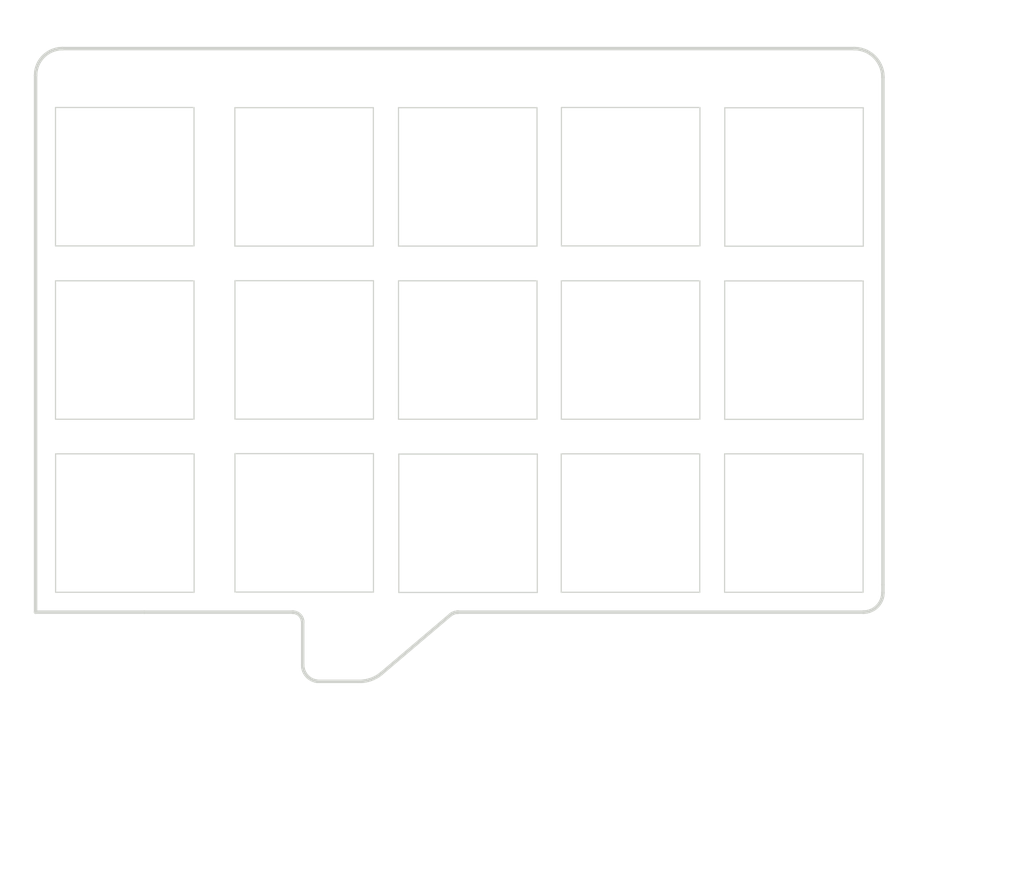
<source format=kicad_pcb>
(kicad_pcb (version 20211014) (generator pcbnew)
  (layers (0 "F.Cu" signal) (31 "B.Cu" signal) (34 "B.Paste" user) (35 "F.Paste" user) (36 "B.SilkS" user "B.Silkscreen") (37 "F.SilkS" user "F.Silkscreen") (38 "B.Mask" user) (39 "F.Mask" user) (44 "Edge.Cuts" user))
  (net 0 "")
  (net 1 "GND")
  (footprint "split-mini:SW_Hole" (layer "F.Cu") (at 30.04 51.46)
    (fp_text reference "SW6" hide)
    (fp_text value "SW_PUSH" hide)
    (fp_line (start -7 -7) (end -7 7) (layer "Edge.Cuts") (width 0.12))
    (fp_line (start -7 7) (end 7 7) (layer "Edge.Cuts") (width 0.12))
    (fp_line (start 7 -7) (end -7 -7) (layer "Edge.Cuts") (width 0.12))
    (fp_line (start 7 7) (end 7 -7) (layer "Edge.Cuts") (width 0.12))
  )
  (footprint "split-mini:SW_Hole" (layer "F.Cu") (at 30.05 68.96)
    (fp_text reference "SW11" hide)
    (fp_text value "SW_PUSH" hide)
    (fp_line (start 7 -7) (end -7 -7) (layer "Edge.Cuts") (width 0.12))
    (fp_line (start -7 -7) (end -7 7) (layer "Edge.Cuts") (width 0.12))
    (fp_line (start 7 7) (end 7 -7) (layer "Edge.Cuts") (width 0.12))
    (fp_line (start -7 7) (end 7 7) (layer "Edge.Cuts") (width 0.12))
  )
  (footprint "split-mini:SW_Hole" (layer "F.Cu") (at 81.17 51.46)
    (fp_text reference "SW9" hide)
    (fp_text value "SW_PUSH" hide)
    (fp_line (start -7 -7) (end -7 7) (layer "Edge.Cuts") (width 0.12))
    (fp_line (start 7 7) (end 7 -7) (layer "Edge.Cuts") (width 0.12))
    (fp_line (start 7 -7) (end -7 -7) (layer "Edge.Cuts") (width 0.12))
    (fp_line (start -7 7) (end 7 7) (layer "Edge.Cuts") (width 0.12))
  )
  (footprint "split-mini:SW_Hole" (layer "F.Cu") (at 64.71 33.95)
    (fp_text reference "SW3" hide)
    (fp_text value "SW_PUSH" hide)
    (fp_line (start -7 7) (end 7 7) (layer "Edge.Cuts") (width 0.12))
    (fp_line (start 7 7) (end 7 -7) (layer "Edge.Cuts") (width 0.12))
    (fp_line (start 7 -7) (end -7 -7) (layer "Edge.Cuts") (width 0.12))
    (fp_line (start -7 -7) (end -7 7) (layer "Edge.Cuts") (width 0.12))
  )
  (footprint "split-mini:SW_Hole" (layer "F.Cu") (at 97.69 33.96)
    (fp_text reference "SW5" hide)
    (fp_text value "SW_PUSH" hide)
    (fp_line (start -7 7) (end 7 7) (layer "Edge.Cuts") (width 0.12))
    (fp_line (start -7 -7) (end -7 7) (layer "Edge.Cuts") (width 0.12))
    (fp_line (start 7 7) (end 7 -7) (layer "Edge.Cuts") (width 0.12))
    (fp_line (start 7 -7) (end -7 -7) (layer "Edge.Cuts") (width 0.12))
  )
  (footprint "split-mini:spacer_m2_2.2mm" (layer "F.Cu") (at 52.02 80.95)
    (fp_text reference "HOLE3" hide)
    (fp_text value "Val**" hide)
    (pad "" np_thru_hole circle (at 0 0) (size 2.2 2.2) (drill 2.2) (layers F&B.Cu *.Mask))
  )
  (footprint "split-mini:SW_Hole" (layer "F.Cu") (at 97.67 68.96)
    (fp_text reference "SW15" hide)
    (fp_text value "SW_PUSH" hide)
    (fp_line (start -7 7) (end 7 7) (layer "Edge.Cuts") (width 0.12))
    (fp_line (start 7 7) (end 7 -7) (layer "Edge.Cuts") (width 0.12))
    (fp_line (start -7 -7) (end -7 7) (layer "Edge.Cuts") (width 0.12))
    (fp_line (start 7 -7) (end -7 -7) (layer "Edge.Cuts") (width 0.12))
  )
  (footprint "split-mini:SW_Hole" (layer "F.Cu") (at 48.18 51.45)
    (fp_text reference "SW7" hide)
    (fp_text value "SW_PUSH" hide)
    (fp_line (start 7 7) (end 7 -7) (layer "Edge.Cuts") (width 0.12))
    (fp_line (start -7 -7) (end -7 7) (layer "Edge.Cuts") (width 0.12))
    (fp_line (start -7 7) (end 7 7) (layer "Edge.Cuts") (width 0.12))
    (fp_line (start 7 -7) (end -7 -7) (layer "Edge.Cuts") (width 0.12))
  )
  (footprint "split-mini:SW_Hole" (layer "F.Cu") (at 64.71 51.46)
    (fp_text reference "SW8" hide)
    (fp_text value "SW_PUSH" hide)
    (fp_line (start -7 -7) (end -7 7) (layer "Edge.Cuts") (width 0.12))
    (fp_line (start 7 -7) (end -7 -7) (layer "Edge.Cuts") (width 0.12))
    (fp_line (start -7 7) (end 7 7) (layer "Edge.Cuts") (width 0.12))
    (fp_line (start 7 7) (end 7 -7) (layer "Edge.Cuts") (width 0.12))
  )
  (footprint "split-mini:spacer_m2_2.2mm" (layer "F.Cu") (at 97.68 23.95)
    (fp_text reference "HOLE2" hide)
    (fp_text value "Val**" hide)
    (pad "" np_thru_hole circle (at 0 0) (size 2.2 2.2) (drill 2.2) (layers F&B.Cu *.Mask))
  )
  (footprint "split-mini:SW_Hole" (layer "F.Cu") (at 97.68 51.47)
    (fp_text reference "SW10" hide)
    (fp_text value "SW_PUSH" hide)
    (fp_line (start -7 -7) (end -7 7) (layer "Edge.Cuts") (width 0.12))
    (fp_line (start 7 7) (end 7 -7) (layer "Edge.Cuts") (width 0.12))
    (fp_line (start -7 7) (end 7 7) (layer "Edge.Cuts") (width 0.12))
    (fp_line (start 7 -7) (end -7 -7) (layer "Edge.Cuts") (width 0.12))
  )
  (footprint "split-mini:SW_Hole" (layer "F.Cu") (at 48.17 33.95)
    (fp_text reference "SW2" hide)
    (fp_text value "SW_PUSH" hide)
    (fp_line (start -7 7) (end 7 7) (layer "Edge.Cuts") (width 0.12))
    (fp_line (start 7 7) (end 7 -7) (layer "Edge.Cuts") (width 0.12))
    (fp_line (start -7 -7) (end -7 7) (layer "Edge.Cuts") (width 0.12))
    (fp_line (start 7 -7) (end -7 -7) (layer "Edge.Cuts") (width 0.12))
  )
  (footprint "split-mini:SW_Hole" (layer "F.Cu") (at 64.74 68.98)
    (fp_text reference "SW13" hide)
    (fp_text value "SW_PUSH" hide)
    (fp_line (start 7 7) (end 7 -7) (layer "Edge.Cuts") (width 0.12))
    (fp_line (start -7 -7) (end -7 7) (layer "Edge.Cuts") (width 0.12))
    (fp_line (start 7 -7) (end -7 -7) (layer "Edge.Cuts") (width 0.12))
    (fp_line (start -7 7) (end 7 7) (layer "Edge.Cuts") (width 0.12))
  )
  (footprint "split-mini:spacer_m2_2.2mm" (layer "F.Cu") (at 30.04 23.95)
    (fp_text reference "HOLE1" hide)
    (fp_text value "Val**" hide)
    (pad "" np_thru_hole circle (at 0 0) (size 2.2 2.2) (drill 2.2) (layers F&B.Cu *.Mask))
  )
  (footprint "split-mini:SW_Hole" (layer "F.Cu") (at 48.18 68.94)
    (fp_text reference "SW12" hide)
    (fp_text value "SW_PUSH" hide)
    (fp_line (start -7 -7) (end -7 7) (layer "Edge.Cuts") (width 0.12))
    (fp_line (start -7 7) (end 7 7) (layer "Edge.Cuts") (width 0.12))
    (fp_line (start 7 7) (end 7 -7) (layer "Edge.Cuts") (width 0.12))
    (fp_line (start 7 -7) (end -7 -7) (layer "Edge.Cuts") (width 0.12))
  )
  (footprint "split-mini:SW_Hole" (layer "F.Cu") (at 81.16 68.96)
    (fp_text reference "SW14" hide)
    (fp_text value "SW_PUSH" hide)
    (fp_line (start -7 7) (end 7 7) (layer "Edge.Cuts") (width 0.12))
    (fp_line (start 7 -7) (end -7 -7) (layer "Edge.Cuts") (width 0.12))
    (fp_line (start 7 7) (end 7 -7) (layer "Edge.Cuts") (width 0.12))
    (fp_line (start -7 -7) (end -7 7) (layer "Edge.Cuts") (width 0.12))
  )
  (footprint "split-mini:SW_Hole" (layer "F.Cu") (at 30.04 33.93)
    (fp_text reference "SW1" hide)
    (fp_text value "SW_PUSH" hide)
    (fp_line (start -7 -7) (end -7 7) (layer "Edge.Cuts") (width 0.12))
    (fp_line (start 7 -7) (end -7 -7) (layer "Edge.Cuts") (width 0.12))
    (fp_line (start -7 7) (end 7 7) (layer "Edge.Cuts") (width 0.12))
    (fp_line (start 7 7) (end 7 -7) (layer "Edge.Cuts") (width 0.12))
  )
  (footprint "split-mini:SW_Hole" (layer "F.Cu") (at 81.18 33.93)
    (fp_text reference "SW4" hide)
    (fp_text value "SW_PUSH" hide)
    (fp_line (start -7 7) (end 7 7) (layer "Edge.Cuts") (width 0.12))
    (fp_line (start -7 -7) (end -7 7) (layer "Edge.Cuts") (width 0.12))
    (fp_line (start 7 7) (end 7 -7) (layer "Edge.Cuts") (width 0.12))
    (fp_line (start 7 -7) (end -7 -7) (layer "Edge.Cuts") (width 0.12))
  )
  (gr_line (start 48.350722 84.299735) (end 48.400693 84.363881) (layer "Edge.Cuts") (width 0.349999))
  (gr_line (start 21.057778 23.277408) (end 21.081678 23.143568) (layer "Edge.Cuts") (width 0.349999))
  (gr_line (start 21.026466 23.69131) (end 21.040496 23.413426) (layer "Edge.Cuts") (width 0.349999))
  (gr_line (start 105.380804 21.462137) (end 105.497621 21.544243) (layer "Edge.Cuts") (width 0.349999))
  (gr_line (start 21.647042 21.962468) (end 21.73246 21.863845) (layer "Edge.Cuts") (width 0.349999))
  (gr_line (start 54.53411 84.886439) (end 54.679235 84.850547) (layer "Edge.Cuts") (width 0.349999))
  (gr_line (start 49.515603 84.960988) (end 49.596988 84.967043) (layer "Edge.Cuts") (width 0.349999))
  (gr_line (start 106.017395 22.039047) (end 106.105404 22.152022) (layer "Edge.Cuts") (width 0.349999))
  (gr_line (start 47.96637 78.649581) (end 47.982112 78.697159) (layer "Edge.Cuts") (width 0.349999))
  (gr_line (start 53.787998 84.969036) (end 53.939271 84.965682) (layer "Edge.Cuts") (width 0.349999))
  (gr_line (start 63.46955 77.998861) (end 63.522511 77.988206) (layer "Edge.Cuts") (width 0.349999))
  (gr_line (start 48.221138 84.094747) (end 48.260888 84.165033) (layer "Edge.Cuts") (width 0.349999))
  (gr_line (start 55.632055 84.427595) (end 55.756712 84.343545) (layer "Edge.Cuts") (width 0.349999))
  (gr_line (start 106.588712 23.174091) (end 106.620048 23.313056) (layer "Edge.Cuts") (width 0.349999))
  (gr_line (start 23.744193 20.973183) (end 23.744193 20.973183) (layer "Edge.Cuts") (width 0.349999))
  (gr_line (start 63.314507 78.044482) (end 63.365474 78.027026) (layer "Edge.Cuts") (width 0.349999))
  (gr_line (start 62.942222 78.261524) (end 62.984623 78.227122) (layer "Edge.Cuts") (width 0.349999))
  (gr_line (start 48.900803 84.774407) (end 48.972862 84.810636) (layer "Edge.Cuts") (width 0.349999))
  (gr_line (start 106.613868 76.477379) (end 106.636076 76.381165) (layer "Edge.Cuts") (width 0.349999))
  (gr_line (start 48.026464 83.316585) (end 48.028495 83.398533) (layer "Edge.Cuts") (width 0.349999))
  (gr_line (start 105.009686 21.252217) (end 105.136598 21.316025) (layer "Edge.Cuts") (width 0.349999))
  (gr_line (start 48.762145 84.691446) (end 48.830519 84.734658) (layer "Edge.Cuts") (width 0.349999))
  (gr_line (start 48.006583 78.794529) (end 48.015242 78.844153) (layer "Edge.Cuts") (width 0.349999))
  (gr_line (start 104.790089 77.966454) (end 104.891084 77.958775) (layer "Edge.Cuts") (width 0.349999))
  (gr_line (start 106.67649 23.883483) (end 106.67649 23.883483) (layer "Edge.Cuts") (width 0.349999))
  (gr_line (start 104.687751 77.96904) (end 104.687751 77.96904) (layer "Edge.Cuts") (width 0.349999))
  (gr_line (start 63.417179 78.01181) (end 63.46955 77.998861) (layer "Edge.Cuts") (width 0.349999))
  (gr_line (start 23.06497 21.058842) (end 23.196458 21.028477) (layer "Edge.Cuts") (width 0.349999))
  (gr_line (start 46.99973 77.96904) (end 47.050644 77.9703) (layer "Edge.Cuts") (width 0.349999))
  (gr_line (start 48.631672 84.594857) (end 48.695818 84.644827) (layer "Edge.Cuts") (width 0.349999))
  (gr_line (start 105.184759 77.906437) (end 105.27913 77.87964) (layer "Edge.Cuts") (width 0.349999))
  (gr_line (start 21.419906 22.281985) (end 21.490594 22.171709) (layer "Edge.Cuts") (width 0.349999))
  (gr_line (start 105.610596 21.632252) (end 105.71949 21.726063) (layer "Edge.Cuts") (width 0.349999))
  (gr_line (start 62.984623 78.227122) (end 63.028352 78.194744) (layer "Edge.Cuts") (width 0.349999))
  (gr_line (start 48.510465 84.485088) (end 48.569842 84.541592) (layer "Edge.Cuts") (width 0.349999))
  (gr_line (start 105.371534 77.848376) (end 105.461844 77.812769) (layer "Edge.Cuts") (width 0.349999))
  (gr_line (start 106.653568 76.283232) (end 106.666217 76.183706) (layer "Edge.Cuts") (width 0.349999))
  (gr_line (start 48.184908 84.022687) (end 48.221138 84.094747) (layer "Edge.Cuts") (width 0.349999))
  (gr_line (start 106.336825 77.092267) (end 106.388555 77.01158) (layer "Edge.Cuts") (width 0.349999))
  (gr_line (start 48.972862 84.810636) (end 49.046561 84.84329) (layer "Edge.Cuts") (width 0.349999))
  (gr_line (start 106.666217 76.183706) (end 106.6739 76.082711) (layer "Edge.Cuts") (width 0.349999))
  (gr_line (start 21.026466 77.96904) (end 21.026466 23.69131) (layer "Edge.Cuts") (width 0.349999))
  (gr_line (start 48.05851 83.640491) (end 48.076301 83.719398) (layer "Edge.Cuts") (width 0.349999))
  (gr_line (start 106.187512 22.268838) (end 106.263618 22.389258) (layer "Edge.Cuts") (width 0.349999))
  (gr_line (start 49.198336 84.897647) (end 49.276141 84.919238) (layer "Edge.Cuts") (width 0.349999))
  (gr_line (start 48.076301 83.719398) (end 48.097893 83.797207) (layer "Edge.Cuts") (width 0.349999))
  (gr_line (start 48.025232 78.944859) (end 48.026494 78.995773) (layer "Edge.Cuts") (width 0.349999))
  (gr_line (start 23.196458 21.028477) (end 23.330296 21.004558) (layer "Edge.Cuts") (width 0.349999))
  (gr_line (start 106.397435 22.639953) (end 106.454947 22.769752) (layer "Edge.Cuts") (width 0.349999))
  (gr_line (start 21.566363 22.065146) (end 21.647042 21.962468) (layer "Edge.Cuts") (width 0.349999))
  (gr_line (start 106.550684 23.03706) (end 106.588712 23.174091) (layer "Edge.Cuts") (width 0.349999))
  (gr_line (start 21.026466 23.69131) (end 21.026466 23.69131) (layer "Edge.Cuts") (width 0.349999))
  (gr_line (start 54.387347 84.915974) (end 54.53411 84.886439) (layer "Edge.Cuts") (width 0.349999))
  (gr_line (start 22.936001 21.095482) (end 23.06497 21.058842) (layer "Edge.Cuts") (width 0.349999))
  (gr_line (start 106.454947 22.769752) (end 106.506063 22.902201) (layer "Edge.Cuts") (width 0.349999))
  (gr_line (start 32.022421 77.96904) (end 46.99973 77.96904) (layer "Edge.Cuts") (width 0.349999))
  (gr_line (start 106.67649 75.980373) (end 106.67649 75.980373) (layer "Edge.Cuts") (width 0.349999))
  (gr_line (start 63.57599 77.979873) (end 63.629912 77.973889) (layer "Edge.Cuts") (width 0.349999))
  (gr_line (start 23.330296 21.004558) (end 23.466311 20.987255) (layer "Edge.Cuts") (width 0.349999))
  (gr_line (start 104.612577 21.098973) (end 104.747437 21.143592) (layer "Edge.Cuts") (width 0.349999))
  (gr_line (start 55.102732 84.705475) (end 55.239258 84.644903) (layer "Edge.Cuts") (width 0.349999))
  (gr_line (start 49.67893 84.969074) (end 49.67893 84.969074) (layer "Edge.Cuts") (width 0.349999))
  (gr_line (start 63.738792 77.969074) (end 63.738792 77.969074) (layer "Edge.Cuts") (width 0.349999))
  (gr_line (start 105.549937 77.772945) (end 105.635686 77.729029) (layer "Edge.Cuts") (width 0.349999))
  (gr_line (start 63.365474 78.027026) (end 63.417179 78.01181) (layer "Edge.Cuts") (width 0.349999))
  (gr_line (start 49.046561 84.84329) (end 49.121764 84.872313) (layer "Edge.Cuts") (width 0.349999))
  (gr_line (start 48.015242 78.844153) (end 48.02147 78.894291) (layer "Edge.Cuts") (width 0.349999))
  (gr_line (start 105.824066 21.825579) (end 105.824066 21.825579) (layer "Edge.Cuts") (width 0.349999))
  (gr_line (start 48.044574 83.560621) (end 48.05851 83.640491) (layer "Edge.Cuts") (width 0.349999))
  (gr_line (start 48.510465 84.485088) (end 48.510465 84.485088) (layer "Edge.Cuts") (width 0.349999))
  (gr_line (start 48.03455 83.479923) (end 48.044574 83.560621) (layer "Edge.Cuts") (width 0.349999))
  (gr_line (start 63.738792 77.969074) (end 104.687751 77.96904) (layer "Edge.Cuts") (width 0.349999))
  (gr_line (start 21.240029 22.633391) (end 21.294452 22.512997) (layer "Edge.Cuts") (width 0.349999))
  (gr_line (start 105.952755 77.514937) (end 106.024915 77.452432) (layer "Edge.Cuts") (width 0.349999))
  (gr_line (start 48.45396 84.425711) (end 48.510465 84.485088) (layer "Edge.Cuts") (width 0.349999))
  (gr_line (start 54.679235 84.850547) (end 54.822516 84.808372) (layer "Edge.Cuts") (width 0.349999))
  (gr_line (start 47.725759 78.269756) (end 47.760869 78.306649) (layer "Edge.Cuts") (width 0.349999))
  (gr_line (start 62.942222 78.261524) (end 62.942222 78.261524) (layer "Edge.Cuts") (width 0.349999))
  (gr_line (start 47.880835 78.468618) (end 47.905534 78.512288) (layer "Edge.Cuts") (width 0.349999))
  (gr_line (start 21.822446 21.769448) (end 21.91683 21.679448) (layer "Edge.Cuts") (width 0.349999))
  (gr_line (start 63.073337 78.164416) (end 63.119504 78.136166) (layer "Edge.Cuts") (width 0.349999))
  (gr_line (start 46.99973 77.96904) (end 46.99973 77.96904) (layer "Edge.Cuts") (width 0.349999))
  (gr_line (start 53.939271 84.965682) (end 54.089723 84.95567) (layer "Edge.Cuts") (width 0.349999))
  (gr_line (start 48.152252 83.948986) (end 48.184908 84.022687) (layer "Edge.Cuts") (width 0.349999))
  (gr_line (start 47.483219 78.089989) (end 47.52689 78.114686) (layer "Edge.Cuts") (width 0.349999))
  (gr_line (start 104.475545 21.060947) (end 104.612577 21.098973) (layer "Edge.Cuts") (width 0.349999))
  (gr_line (start 106.67649 75.980373) (end 106.67646 75.198215) (layer "Edge.Cuts") (width 0.349999))
  (gr_line (start 49.276141 84.919238) (end 49.355044 84.93703) (layer "Edge.Cuts") (width 0.349999))
  (gr_line (start 47.050644 77.9703) (end 47.101211 77.974061) (layer "Edge.Cuts") (width 0.349999))
  (gr_line (start 47.298345 78.013415) (end 47.345923 78.029156) (layer "Edge.Cuts") (width 0.349999))
  (gr_line (start 48.02147 78.894291) (end 48.025232 78.944859) (layer "Edge.Cuts") (width 0.349999))
  (gr_line (start 21.91683 21.679448) (end 22.01544 21.594016) (layer "Edge.Cuts") (width 0.349999))
  (gr_line (start 32.022421 77.96904) (end 21.026466 77.96904) (layer "Edge.Cuts") (width 0.349999))
  (gr_line (start 104.195918 21.005071) (end 104.336579 21.029613) (layer "Edge.Cuts") (width 0.349999))
  (gr_line (start 47.650446 78.201551) (end 47.688864 78.234648) (layer "Edge.Cuts") (width 0.349999))
  (gr_line (start 106.672912 23.739168) (end 106.67649 23.883483) (layer "Edge.Cuts") (width 0.349999))
  (gr_line (start 48.026494 78.995773) (end 48.026464 83.316585) (layer "Edge.Cuts") (width 0.349999))
  (gr_line (start 21.040496 23.413426) (end 21.057778 23.277408) (layer "Edge.Cuts") (width 0.349999))
  (gr_line (start 106.093982 77.386585) (end 106.159832 77.31752) (layer "Edge.Cuts") (width 0.349999))
  (gr_line (start 106.555799 76.664152) (end 106.587067 76.57175) (layer "Edge.Cuts") (width 0.349999))
  (gr_line (start 63.028352 78.194744) (end 63.073337 78.164416) (layer "Edge.Cuts") (width 0.349999))
  (gr_line (start 104.336579 21.029613) (end 104.475545 21.060947) (layer "Edge.Cuts") (width 0.349999))
  (gr_line (start 22.448735 21.301378) (end 22.565918 21.241345) (layer "Edge.Cuts") (width 0.349999))
  (gr_line (start 106.506063 22.902201) (end 106.550684 23.03706) (layer "Edge.Cuts") (width 0.349999))
  (gr_line (start 105.27913 77.87964) (end 105.371534 77.848376) (layer "Edge.Cuts") (width 0.349999))
  (gr_line (start 54.822516 84.808372) (end 54.96375 84.75999) (layer "Edge.Cuts") (width 0.349999))
  (gr_line (start 48.569842 84.541592) (end 48.631672 84.594857) (layer "Edge.Cuts") (width 0.349999))
  (gr_line (start 106.281378 77.170236) (end 106.336825 77.092267) (layer "Edge.Cuts") (width 0.349999))
  (gr_line (start 55.504124 84.505888) (end 55.632055 84.427595) (layer "Edge.Cuts") (width 0.349999))
  (gr_line (start 47.793966 78.345066) (end 47.825016 78.384923) (layer "Edge.Cuts") (width 0.349999))
  (gr_line (start 21.148644 22.883101) (end 21.19137 22.756816) (layer "Edge.Cuts") (width 0.349999))
  (gr_line (start 21.026466 77.96904) (end 21.026466 77.96904) (layer "Edge.Cuts") (width 0.349999))
  (gr_line (start 49.67893 84.969074) (end 53.787998 84.969036) (layer "Edge.Cuts") (width 0.349999))
  (gr_line (start 55.995387 84.158474) (end 55.995387 84.158474) (layer "Edge.Cuts") (width 0.349999))
  (gr_line (start 47.982112 78.697159) (end 47.995528 78.745503) (layer "Edge.Cuts") (width 0.349999))
  (gr_line (start 104.891084 77.958775) (end 104.990611 77.94613) (layer "Edge.Cuts") (width 0.349999))
  (gr_line (start 48.026494 78.995773) (end 48.026494 78.995773) (layer "Edge.Cuts") (width 0.349999))
  (gr_line (start 22.565918 21.241345) (end 22.686304 21.186904) (layer "Edge.Cuts") (width 0.349999))
  (gr_line (start 105.260384 21.386031) (end 105.380804 21.462137) (layer "Edge.Cuts") (width 0.349999))
  (gr_line (start 105.799656 77.629418) (end 105.877627 77.573974) (layer "Edge.Cuts") (width 0.349999))
  (gr_line (start 104.990611 77.94613) (end 105.088544 77.928642) (layer "Edge.Cuts") (width 0.349999))
  (gr_line (start 106.644592 23.453717) (end 106.662246 23.595833) (layer "Edge.Cuts") (width 0.349999))
  (gr_line (start 106.636076 76.381165) (end 106.653568 76.283232) (layer "Edge.Cuts") (width 0.349999))
  (gr_line (start 47.928046 78.557062) (end 47.948336 78.602854) (layer "Edge.Cuts") (width 0.349999))
  (gr_line (start 104.053801 20.987419) (end 104.195918 21.005071) (layer "Edge.Cuts") (width 0.349999))
  (gr_line (start 105.877627 77.573974) (end 105.952755 77.514937) (layer "Edge.Cuts") (width 0.349999))
  (gr_line (start 55.877891 84.253813) (end 55.995387 84.158474) (layer "Edge.Cuts") (width 0.349999))
  (gr_line (start 48.695818 84.644827) (end 48.762145 84.691446) (layer "Edge.Cuts") (width 0.349999))
  (gr_line (start 105.718968 77.681145) (end 105.799656 77.629418) (layer "Edge.Cuts") (width 0.349999))
  (gr_line (start 104.879886 21.194707) (end 105.009686 21.252217) (layer "Edge.Cuts") (width 0.349999))
  (gr_line (start 63.119504 78.136166) (end 63.166777 78.11002) (layer "Edge.Cuts") (width 0.349999))
  (gr_line (start 47.101211 77.974061) (end 47.15135 77.980288) (layer "Edge.Cuts") (width 0.349999))
  (gr_line (start 105.088544 77.928642) (end 105.184759 77.906437) (layer "Edge.Cuts") (width 0.349999))
  (gr_line (start 55.995387 84.158474) (end 62.942222 78.261524) (layer "Edge.Cuts") (width 0.349999))
  (gr_line (start 106.6739 76.082711) (end 106.67649 75.980373) (layer "Edge.Cuts") (width 0.349999))
  (gr_line (start 22.224658 21.437537) (end 22.334925 21.366832) (layer "Edge.Cuts") (width 0.349999))
  (gr_line (start 47.25 78) (end 47.298345 78.013415) (layer "Edge.Cuts") (width 0.349999))
  (gr_line (start 48.123229 83.873781) (end 48.152252 83.948986) (layer "Edge.Cuts") (width 0.349999))
  (gr_line (start 47.725759 78.269756) (end 47.725759 78.269756) (layer "Edge.Cuts") (width 0.349999))
  (gr_line (start 47.438444 78.067478) (end 47.483219 78.089989) (layer "Edge.Cuts") (width 0.349999))
  (gr_line (start 106.587067 76.57175) (end 106.613868 76.477379) (layer "Edge.Cuts") (width 0.349999))
  (gr_line (start 106.263618 22.389258) (end 106.333626 22.513042) (layer "Edge.Cuts") (width 0.349999))
  (gr_line (start 106.159832 77.31752) (end 106.222339 77.245362) (layer "Edge.Cuts") (width 0.349999))
  (gr_line (start 21.294452 22.512997) (end 21.354468 22.395805) (layer "Edge.Cuts") (width 0.349999))
  (gr_line (start 48.400693 84.363881) (end 48.45396 84.425711) (layer "Edge.Cuts") (width 0.349999))
  (gr_line (start 47.52689 78.114686) (end 47.569375 78.141536) (layer "Edge.Cuts") (width 0.349999))
  (gr_line (start 21.112023 23.012075) (end 21.148644 22.883101) (layer "Edge.Cuts") (width 0.349999))
  (gr_line (start 106.662246 23.595833) (end 106.672912 23.739168) (layer "Edge.Cuts") (width 0.349999))
  (gr_line (start 21.19137 22.756816) (end 21.240029 22.633391) (layer "Edge.Cuts") (width 0.349999))
  (gr_line (start 21.354468 22.395805) (end 21.419906 22.281985) (layer "Edge.Cuts") (width 0.349999))
  (gr_line (start 106.105404 22.152022) (end 106.187512 22.268838) (layer "Edge.Cuts") (width 0.349999))
  (gr_line (start 47.15135 77.980288) (end 47.200974 77.988946) (layer "Edge.Cuts") (width 0.349999))
  (gr_line (start 22.809722 21.138226) (end 22.936001 21.095482) (layer "Edge.Cuts") (width 0.349999))
  (gr_line (start 21.73246 21.863845) (end 21.822446 21.769448) (layer "Edge.Cuts") (width 0.349999))
  (gr_line (start 106.520189 76.754462) (end 106.555799 76.664152) (layer "Edge.Cuts") (width 0.349999))
  (gr_line (start 105.136598 21.316025) (end 105.260384 21.386031) (layer "Edge.Cuts") (width 0.349999))
  (gr_line (start 54.96375 84.75999) (end 55.102732 84.705475) (layer "Edge.Cuts") (width 0.349999))
  (gr_line (start 103.910465 20.976755) (end 104.053801 20.987419) (layer "Edge.Cuts") (width 0.349999))
  (gr_line (start 48.026464 83.316585) (end 48.026464 83.316585) (layer "Edge.Cuts") (width 0.349999))
  (gr_line (start 47.392651 78.047189) (end 47.438444 78.067478) (layer "Edge.Cuts") (width 0.349999))
  (gr_line (start 63.264353 78.064151) (end 63.314507 78.044482) (layer "Edge.Cuts") (width 0.349999))
  (gr_line (start 49.355044 84.93703) (end 49.43491 84.950965) (layer "Edge.Cuts") (width 0.349999))
  (gr_line (start 63.684204 77.97028) (end 63.738792 77.969074) (layer "Edge.Cuts") (width 0.349999))
  (gr_line (start 47.853984 78.426135) (end 47.880835 78.468618) (layer "Edge.Cuts") (width 0.349999))
  (gr_line (start 53.787998 84.969036) (end 53.787998 84.969036) (layer "Edge.Cuts") (width 0.349999))
  (gr_line (start 105.71949 21.726063) (end 105.824066 21.825579) (layer "Edge.Cuts") (width 0.349999))
  (gr_line (start 63.522511 77.988206) (end 63.57599 77.979873) (layer "Edge.Cuts") (width 0.349999))
  (gr_line (start 22.686304 21.186904) (end 22.809722 21.138226) (layer "Edge.Cuts") (width 0.349999))
  (gr_line (start 106.436442 76.928301) (end 106.480362 76.842553) (layer "Edge.Cuts") (width 0.349999))
  (gr_line (start 55.756712 84.343545) (end 55.877891 84.253813) (layer "Edge.Cuts") (width 0.349999))
  (gr_line (start 105.824066 21.825579) (end 105.923582 21.930154) (layer "Edge.Cuts") (width 0.349999))
  (gr_line (start 22.118106 21.513322) (end 22.224658 21.437537) (layer "Edge.Cuts") (width 0.349999))
  (gr_line (start 63.215085 78.086006) (end 63.264353 78.064151) (layer "Edge.Cuts") (width 0.349999))
  (gr_line (start 103.766151 20.97318) (end 103.766151 20.97318) (layer "Edge.Cuts") (width 0.349999))
  (gr_line (start 48.830519 84.734658) (end 48.900803 84.774407) (layer "Edge.Cuts") (width 0.349999))
  (gr_line (start 23.604334 20.97674) (end 23.744193 20.973183) (layer "Edge.Cuts") (width 0.349999))
  (gr_line (start 47.569375 78.141536) (end 47.610588 78.170503) (layer "Edge.Cuts") (width 0.349999))
  (gr_line (start 48.304101 84.233407) (end 48.350722 84.299735) (layer "Edge.Cuts") (width 0.349999))
  (gr_line (start 105.635686 77.729029) (end 105.718968 77.681145) (layer "Edge.Cuts") (width 0.349999))
  (gr_line (start 105.923582 21.930154) (end 106.017395 22.039047) (layer "Edge.Cuts") (width 0.349999))
  (gr_line (start 21.490594 22.171709) (end 21.566363 22.065146) (layer "Edge.Cuts") (width 0.349999))
  (gr_line (start 49.121764 84.872313) (end 49.198336 84.897647) (layer "Edge.Cuts") (width 0.349999))
  (gr_line (start 63.166777 78.11002) (end 63.215085 78.086006) (layer "Edge.Cuts") (width 0.349999))
  (gr_line (start 106.67649 23.883483) (end 106.67646 75.198215) (layer "Edge.Cuts") (width 0.349999))
  (gr_line (start 47.760869 78.306649) (end 47.793966 78.345066) (layer "Edge.Cuts") (width 0.349999))
  (gr_line (start 47.825016 78.384923) (end 47.853984 78.426135) (layer "Edge.Cuts") (width 0.349999))
  (gr_line (start 55.239258 84.644903) (end 55.373124 84.578349) (layer "Edge.Cuts") (width 0.349999))
  (gr_line (start 48.097893 83.797207) (end 48.123229 83.873781) (layer "Edge.Cuts") (width 0.349999))
  (gr_line (start 106.388555 77.01158) (end 106.436442 76.928301) (layer "Edge.Cuts") (width 0.349999))
  (gr_line (start 104.747437 21.143592) (end 104.879886 21.194707) (layer "Edge.Cuts") (width 0.349999))
  (gr_line (start 47.345923 78.029156) (end 47.392651 78.047189) (layer "Edge.Cuts") (width 0.349999))
  (gr_line (start 48.260888 84.165033) (end 48.304101 84.233407) (layer "Edge.Cuts") (width 0.349999))
  (gr_line (start 22.334925 21.366832) (end 22.448735 21.301378) (layer "Edge.Cuts") (width 0.349999))
  (gr_line (start 48.028495 83.398533) (end 48.03455 83.479923) (layer "Edge.Cuts") (width 0.349999))
  (gr_line (start 63.629912 77.973889) (end 63.684204 77.97028) (layer "Edge.Cuts") (width 0.349999))
  (gr_line (start 23.466311 20.987255) (end 23.604334 20.97674) (layer "Edge.Cuts") (width 0.349999))
  (gr_line (start 47.610588 78.170503) (end 47.650446 78.201551) (layer "Edge.Cuts") (width 0.349999))
  (gr_line (start 105.461844 77.812769) (end 105.549937 77.772945) (layer "Edge.Cuts") (width 0.349999))
  (gr_line (start 104.687751 77.96904) (end 104.790089 77.966454) (layer "Edge.Cuts") (width 0.349999))
  (gr_line (start 103.766151 20.97318) (end 103.910465 20.976755) (layer "Edge.Cuts") (width 0.349999))
  (gr_line (start 106.222339 77.245362) (end 106.281378 77.170236) (layer "Edge.Cuts") (width 0.349999))
  (gr_line (start 47.688864 78.234648) (end 47.725759 78.269756) (layer "Edge.Cuts") (width 0.349999))
  (gr_line (start 54.23915 84.939076) (end 54.387347 84.915974) (layer "Edge.Cuts") (width 0.349999))
  (gr_line (start 22.01544 21.594016) (end 22.118106 21.513322) (layer "Edge.Cuts") (width 0.349999))
  (gr_line (start 47.200974 77.988946) (end 47.25 78) (layer "Edge.Cuts") (width 0.349999))
  (gr_line (start 23.744193 20.973183) (end 103.766151 20.97318) (layer "Edge.Cuts") (width 0.349999))
  (gr_line (start 55.373124 84.578349) (end 55.504124 84.505888) (layer "Edge.Cuts") (width 0.349999))
  (gr_line (start 47.948336 78.602854) (end 47.96637 78.649581) (layer "Edge.Cuts") (width 0.349999))
  (gr_line (start 106.620048 23.313056) (end 106.644592 23.453717) (layer "Edge.Cuts") (width 0.349999))
  (gr_line (start 49.43491 84.950965) (end 49.515603 84.960988) (layer "Edge.Cuts") (width 0.349999))
  (gr_line (start 21.081678 23.143568) (end 21.112023 23.012075) (layer "Edge.Cuts") (width 0.349999))
  (gr_line (start 106.333626 22.513042) (end 106.397435 22.639953) (layer "Edge.Cuts") (width 0.349999))
  (gr_line (start 106.480362 76.842553) (end 106.520189 76.754462) (layer "Edge.Cuts") (width 0.349999))
  (gr_line (start 54.089723 84.95567) (end 54.23915 84.939076) (layer "Edge.Cuts") (width 0.349999))
  (gr_line (start 49.596988 84.967043) (end 49.67893 84.969074) (layer "Edge.Cuts") (width 0.349999))
  (gr_line (start 47.905534 78.512288) (end 47.928046 78.557062) (layer "Edge.Cuts") (width 0.349999))
  (gr_line (start 47.995528 78.745503) (end 48.006583 78.794529) (layer "Edge.Cuts") (width 0.349999))
  (gr_line (start 106.024915 77.452432) (end 106.093982 77.386585) (layer "Edge.Cuts") (width 0.349999))
  (gr_line (start 105.497621 21.544243) (end 105.610596 21.632252) (layer "Edge.Cuts") (width 0.349999))
)
</source>
